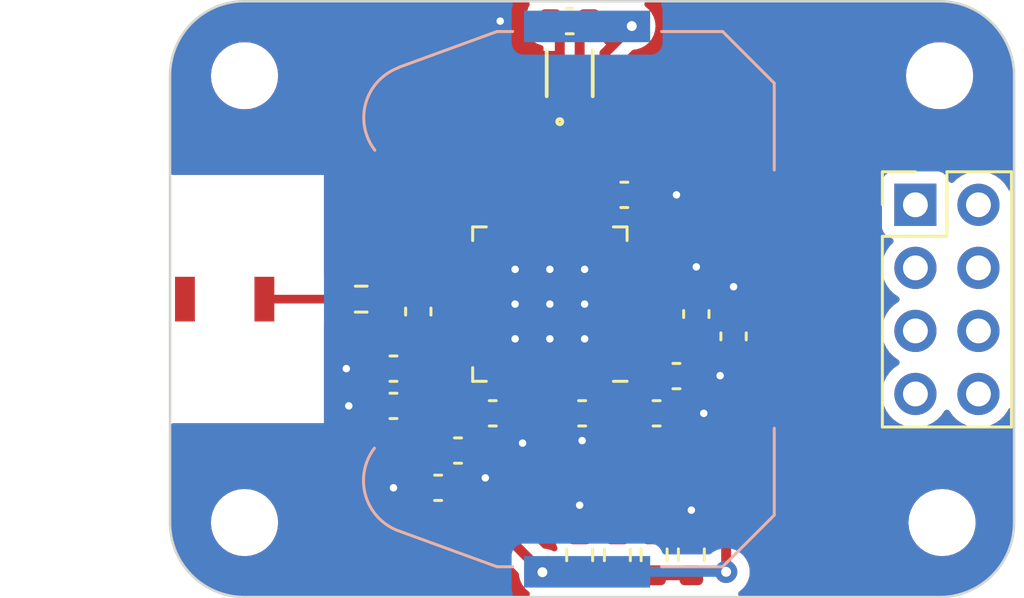
<source format=kicad_pcb>
(kicad_pcb (version 20221018) (generator pcbnew)
  (layers (0 "F.Cu" signal) (31 "B.Cu" signal) (34 "B.Paste" user) (35 "F.Paste" user) (36 "B.SilkS" user "B.Silkscreen") (37 "F.SilkS" user "F.Silkscreen") (38 "B.Mask" user) (39 "F.Mask" user) (44 "Edge.Cuts" user))
  (net 0 "")
  (net 1 "/RF")
  (net 2 "+3V3")
  (net 3 "GND")
  (net 4 "/XL1")
  (net 5 "/XL2")
  (net 6 "/DEC1")
  (net 7 "/DEC4")
  (net 8 "/DEC3")
  (net 9 "/DEC2")
  (net 10 "/XC1")
  (net 11 "/XC2")
  (net 12 "/ANT")
  (net 13 "/LED_RES1")
  (net 14 "/LED_RES2")
  (net 23 "/STATUS_LED1")
  (net 24 "/STATUS_LED2")
  (net 42 "/RESET")
  (net 43 "/SWDCLK")
  (net 44 "/SWDIO")
  (net 55 "/SDA")
  (net 56 "/SCL")
  (footprint "Capacitor_SMD:C_0603_1608Metric" (layer "F.Cu") (at 145 70.8 180)
    (fp_text reference "C9" hide)
    (fp_text value "N.C." hide)
    (fp_line (start -0.14058 -0.51) (end 0.14058 -0.51) (stroke (width 0.12)) (layer "F.SilkS"))
    (fp_line (start -0.14058 0.51) (end 0.14058 0.51) (stroke (width 0.12)) (layer "F.SilkS"))
    (pad "1" smd roundrect (at -0.775 0 180) (size 0.9 0.95) (layers "F.Cu" "F.Paste" "F.Mask") (net 9 "/DEC2"))
    (pad "2" smd roundrect (at 0.775 0 180) (size 0.9 0.95) (layers "F.Cu" "F.Paste" "F.Mask") (net 3 "GND"))
  )
  (footprint "Capacitor_SMD:C_0603_1608Metric" (layer "F.Cu") (at 156.4 71.1 180)
    (fp_text reference "C3" hide)
    (fp_text value "100n" hide)
    (fp_line (start -0.14058 -0.51) (end 0.14058 -0.51) (stroke (width 0.12)) (layer "F.SilkS"))
    (fp_line (start -0.14058 0.51) (end 0.14058 0.51) (stroke (width 0.12)) (layer "F.SilkS"))
    (pad "1" smd roundrect (at -0.775 0 180) (size 0.9 0.95) (layers "F.Cu" "F.Paste" "F.Mask") (net 3 "GND"))
    (pad "2" smd roundrect (at 0.775 0 180) (size 0.9 0.95) (layers "F.Cu" "F.Paste" "F.Mask") (net 6 "/DEC1"))
  )
  (footprint "MountingHole:MountingHole_2.2mm_M2" (layer "F.Cu") (at 167.1 77)
    (fp_text reference "H4" hide)
    (fp_text value "MountingHole" hide)
    (pad "" np_thru_hole circle locked (at 0 0) (size 2.2 2.2) (drill 2.2) (layers "*.Cu" "*.Mask"))
  )
  (footprint "MountingHole:MountingHole_2.2mm_M2" (layer "F.Cu") (at 139 77)
    (fp_text reference "H1" hide)
    (fp_text value "MountingHole" hide)
    (pad "" np_thru_hole circle locked (at 0 0) (size 2.2 2.2) (drill 2.2) (layers "*.Cu" "*.Mask"))
  )
  (footprint "Connector_PinHeader_2.54mm:PinHeader_2x04_P2.54mm_Vertical" (layer "F.Cu") (at 166.025 64.2)
    (fp_text reference "J1" hide)
    (fp_text value "Conn_02x04_Counter_Clockwise" hide)
    (fp_line (start -1.33 -1.33) (end 0 -1.33) (stroke (width 0.12)) (layer "F.SilkS"))
    (fp_line (start -1.33 0) (end -1.33 -1.33) (stroke (width 0.12)) (layer "F.SilkS"))
    (fp_line (start -1.33 1.27) (end -1.33 8.95) (stroke (width 0.12)) (layer "F.SilkS"))
    (fp_line (start -1.33 1.27) (end 1.27 1.27) (stroke (width 0.12)) (layer "F.SilkS"))
    (fp_line (start -1.33 8.95) (end 3.87 8.95) (stroke (width 0.12)) (layer "F.SilkS"))
    (fp_line (start 1.27 -1.33) (end 3.87 -1.33) (stroke (width 0.12)) (layer "F.SilkS"))
    (fp_line (start 1.27 1.27) (end 1.27 -1.33) (stroke (width 0.12)) (layer "F.SilkS"))
    (fp_line (start 3.87 -1.33) (end 3.87 8.95) (stroke (width 0.12)) (layer "F.SilkS"))
    (pad "1" thru_hole rect (at 0 0) (size 1.7 1.7) (drill 1) (layers "*.Cu" "*.Mask"))
    (pad "2" thru_hole oval (at 2.54 0) (size 1.7 1.7) (drill 1) (layers "*.Cu" "*.Mask"))
    (pad "3" thru_hole oval (at 0 2.54) (size 1.7 1.7) (drill 1) (layers "*.Cu" "*.Mask"))
    (pad "4" thru_hole oval (at 2.54 2.54) (size 1.7 1.7) (drill 1) (layers "*.Cu" "*.Mask"))
    (pad "5" thru_hole oval (at 0 5.08) (size 1.7 1.7) (drill 1) (layers "*.Cu" "*.Mask"))
    (pad "6" thru_hole oval (at 2.54 5.08) (size 1.7 1.7) (drill 1) (layers "*.Cu" "*.Mask"))
    (pad "7" thru_hole oval (at 0 7.62) (size 1.7 1.7) (drill 1) (layers "*.Cu" "*.Mask"))
    (pad "8" thru_hole oval (at 2.54 7.62) (size 1.7 1.7) (drill 1) (layers "*.Cu" "*.Mask"))
  )
  (footprint "encyclopedia_galactica:ECS-.327-12.5-12R-TR" (layer "F.Cu") (at 160.3 69.7 -90)
    (fp_text reference "Y1" hide)
    (fp_text value " ECS-.327-12.5-12R-TR " hide)
    (pad "1" smd rect (at -0.7 0 270) (size 0.6 1.1) (layers "F.Cu" "F.Paste" "F.Mask") (net 5 "/XL2"))
    (pad "2" smd rect (at 0.7 0 270) (size 0.6 1.1) (layers "F.Cu" "F.Paste" "F.Mask") (net 4 "/XL1"))
  )
  (footprint "encyclopedia_galactica:2108838-1" (layer "F.Cu") (at 135.7 68)
    (fp_text reference "2108838-1" hide)
    (fp_text value "~" hide)
    (pad "1" smd rect (at 4.1 0) (size 0.8 1.8) (layers "F.Cu" "F.Paste" "F.Mask") (net 1 "/RF"))
    (pad "2" smd rect (at 0.9 0) (size 0.8 1.8) (layers "F.Cu" "F.Paste" "F.Mask"))
    (zone (net 0) (net_name "") (layers "*.Cu") (connect_pads (clearance 0)) (min_thickness 0.25)
      (keepout (tracks allowed) (vias not_allowed) (pads allowed) (copperpour not_allowed) (footprints not_allowed))
      (fill (thermal_gap 0.5) (thermal_bridge_width 0.5))
      (polygon (pts (xy 129.2 63) (xy 129.2 73) (xy 142.2 73) (xy 142.2 63)))
    )
  )
  (footprint "MountingHole:MountingHole_2.2mm_M2" (layer "F.Cu") (at 139 59)
    (fp_text reference "H2" hide)
    (fp_text value "MountingHole" hide)
    (pad "" np_thru_hole circle locked (at 0 0) (size 2.2 2.2) (drill 2.2) (layers "*.Cu" "*.Mask"))
  )
  (footprint "Resistor_SMD:R_0603_1608Metric" (layer "F.Cu") (at 154.02 78.3 -90)
    (fp_text reference "R2" hide)
    (fp_text value "R" hide)
    (fp_line (start -0.237258 -0.5225) (end 0.237258 -0.5225) (stroke (width 0.12)) (layer "F.SilkS"))
    (fp_line (start -0.237258 0.5225) (end 0.237258 0.5225) (stroke (width 0.12)) (layer "F.SilkS"))
    (pad "1" smd roundrect (at -0.825 0 270) (size 0.8 0.95) (layers "F.Cu" "F.Paste" "F.Mask") (net 24 "/STATUS_LED2"))
    (pad "2" smd roundrect (at 0.825 0 270) (size 0.8 0.95) (layers "F.Cu" "F.Paste" "F.Mask") (net 14 "/LED_RES2"))
  )
  (footprint "Resistor_SMD:R_0603_1608Metric" (layer "F.Cu") (at 157 78.3 -90)
    (fp_text reference "D1" hide)
    (fp_text value "LED" hide)
    (fp_line (start -0.237258 -0.5225) (end 0.237258 -0.5225) (stroke (width 0.12)) (layer "F.SilkS"))
    (fp_line (start -0.237258 0.5225) (end 0.237258 0.5225) (stroke (width 0.12)) (layer "F.SilkS"))
    (pad "1" smd roundrect (at -0.825 0 270) (size 0.8 0.95) (layers "F.Cu" "F.Paste" "F.Mask") (net 3 "GND"))
    (pad "2" smd roundrect (at 0.825 0 270) (size 0.8 0.95) (layers "F.Cu" "F.Paste" "F.Mask") (net 13 "/LED_RES1"))
  )
  (footprint "Package_DFN_QFN:QFN-48-1EP_6x6mm_P0.4mm_EP4.6x4.6mm" (layer "F.Cu") (at 151.3 68.2 180)
    (fp_text reference "U1" hide)
    (fp_text value "NRF52810-QFAA-R7" hide)
    (fp_line (start -3.11 3.11) (end -3.11 2.56) (stroke (width 0.12)) (layer "F.SilkS"))
    (fp_line (start -2.56 -3.11) (end -3.11 -3.11) (stroke (width 0.12)) (layer "F.SilkS"))
    (fp_line (start -2.56 3.11) (end -3.11 3.11) (stroke (width 0.12)) (layer "F.SilkS"))
    (fp_line (start 2.56 -3.11) (end 3.11 -3.11) (stroke (width 0.12)) (layer "F.SilkS"))
    (fp_line (start 2.56 3.11) (end 3.11 3.11) (stroke (width 0.12)) (layer "F.SilkS"))
    (fp_line (start 3.11 -3.11) (end 3.11 -2.56) (stroke (width 0.12)) (layer "F.SilkS"))
    (fp_line (start 3.11 3.11) (end 3.11 2.56) (stroke (width 0.12)) (layer "F.SilkS"))
    (pad "1" smd roundrect (at -2.95 -2.2 180) (size 0.8 0.2) (layers "F.Cu" "F.Paste" "F.Mask") (net 6 "/DEC1"))
    (pad "2" smd roundrect (at -2.95 -1.8 180) (size 0.8 0.2) (layers "F.Cu" "F.Paste" "F.Mask") (net 4 "/XL1"))
    (pad "3" smd roundrect (at -2.95 -1.4 180) (size 0.8 0.2) (layers "F.Cu" "F.Paste" "F.Mask") (net 5 "/XL2"))
    (pad "4" smd roundrect (at -2.95 -1 180) (size 0.8 0.2) (layers "F.Cu" "F.Paste" "F.Mask"))
    (pad "5" smd roundrect (at -2.95 -0.6 180) (size 0.8 0.2) (layers "F.Cu" "F.Paste" "F.Mask"))
    (pad "6" smd roundrect (at -2.95 -0.2 180) (size 0.8 0.2) (layers "F.Cu" "F.Paste" "F.Mask"))
    (pad "7" smd roundrect (at -2.95 0.2 180) (size 0.8 0.2) (layers "F.Cu" "F.Paste" "F.Mask"))
    (pad "8" smd roundrect (at -2.95 0.6 180) (size 0.8 0.2) (layers "F.Cu" "F.Paste" "F.Mask"))
    (pad "9" smd roundrect (at -2.95 1 180) (size 0.8 0.2) (layers "F.Cu" "F.Paste" "F.Mask"))
    (pad "10" smd roundrect (at -2.95 1.4 180) (size 0.8 0.2) (layers "F.Cu" "F.Paste" "F.Mask"))
    (pad "11" smd roundrect (at -2.95 1.8 180) (size 0.8 0.2) (layers "F.Cu" "F.Paste" "F.Mask"))
    (pad "12" smd roundrect (at -2.95 2.2 180) (size 0.8 0.2) (layers "F.Cu" "F.Paste" "F.Mask"))
    (pad "13" smd roundrect (at -2.2 2.95 180) (size 0.2 0.8) (layers "F.Cu" "F.Paste" "F.Mask") (net 2 "+3V3"))
    (pad "14" smd roundrect (at -1.8 2.95 180) (size 0.2 0.8) (layers "F.Cu" "F.Paste" "F.Mask"))
    (pad "15" smd roundrect (at -1.4 2.95 180) (size 0.2 0.8) (layers "F.Cu" "F.Paste" "F.Mask"))
    (pad "16" smd roundrect (at -1 2.95 180) (size 0.2 0.8) (layers "F.Cu" "F.Paste" "F.Mask") (net 56 "/SCL"))
    (pad "17" smd roundrect (at -0.6 2.95 180) (size 0.2 0.8) (layers "F.Cu" "F.Paste" "F.Mask") (net 55 "/SDA"))
    (pad "18" smd roundrect (at -0.2 2.95 180) (size 0.2 0.8) (layers "F.Cu" "F.Paste" "F.Mask"))
    (pad "19" smd roundrect (at 0.2 2.95 180) (size 0.2 0.8) (layers "F.Cu" "F.Paste" "F.Mask"))
    (pad "20" smd roundrect (at 0.6 2.95 180) (size 0.2 0.8) (layers "F.Cu" "F.Paste" "F.Mask"))
    (pad "21" smd roundrect (at 1 2.95 180) (size 0.2 0.8) (layers "F.Cu" "F.Paste" "F.Mask"))
    (pad "22" smd roundrect (at 1.4 2.95 180) (size 0.2 0.8) (layers "F.Cu" "F.Paste" "F.Mask"))
    (pad "23" smd roundrect (at 1.8 2.95 180) (size 0.2 0.8) (layers "F.Cu" "F.Paste" "F.Mask"))
    (pad "24" smd roundrect (at 2.2 2.95 180) (size 0.2 0.8) (layers "F.Cu" "F.Paste" "F.Mask") (net 42 "/RESET"))
    (pad "25" smd roundrect (at 2.95 2.2 180) (size 0.8 0.2) (layers "F.Cu" "F.Paste" "F.Mask") (net 43 "/SWDCLK"))
    (pad "26" smd roundrect (at 2.95 1.8 180) (size 0.8 0.2) (layers "F.Cu" "F.Paste" "F.Mask") (net 44 "/SWDIO"))
    (pad "27" smd roundrect (at 2.95 1.4 180) (size 0.8 0.2) (layers "F.Cu" "F.Paste" "F.Mask"))
    (pad "28" smd roundrect (at 2.95 1 180) (size 0.8 0.2) (layers "F.Cu" "F.Paste" "F.Mask"))
    (pad "29" smd roundrect (at 2.95 0.6 180) (size 0.8 0.2) (layers "F.Cu" "F.Paste" "F.Mask"))
    (pad "30" smd roundrect (at 2.95 0.2 180) (size 0.8 0.2) (layers "F.Cu" "F.Paste" "F.Mask") (net 12 "/ANT"))
    (pad "31" smd roundrect (at 2.95 -0.2 180) (size 0.8 0.2) (layers "F.Cu" "F.Paste" "F.Mask") (net 3 "GND"))
    (pad "32" smd roundrect (at 2.95 -0.6 180) (size 0.8 0.2) (layers "F.Cu" "F.Paste" "F.Mask") (net 9 "/DEC2"))
    (pad "33" smd roundrect (at 2.95 -1 180) (size 0.8 0.2) (layers "F.Cu" "F.Paste" "F.Mask") (net 8 "/DEC3"))
    (pad "34" smd roundrect (at 2.95 -1.4 180) (size 0.8 0.2) (layers "F.Cu" "F.Paste" "F.Mask") (net 11 "/XC2"))
    (pad "35" smd roundrect (at 2.95 -1.8 180) (size 0.8 0.2) (layers "F.Cu" "F.Paste" "F.Mask") (net 10 "/XC1"))
    (pad "36" smd roundrect (at 2.95 -2.2 180) (size 0.8 0.2) (layers "F.Cu" "F.Paste" "F.Mask") (net 2 "+3V3"))
    (pad "37" smd roundrect (at 2.2 -2.95 180) (size 0.2 0.8) (layers "F.Cu" "F.Paste" "F.Mask"))
    (pad "38" smd roundrect (at 1.8 -2.95 180) (size 0.2 0.8) (layers "F.Cu" "F.Paste" "F.Mask"))
    (pad "39" smd roundrect (at 1.4 -2.95 180) (size 0.2 0.8) (layers "F.Cu" "F.Paste" "F.Mask"))
    (pad "40" smd roundrect (at 1 -2.95 180) (size 0.2 0.8) (layers "F.Cu" "F.Paste" "F.Mask"))
    (pad "41" smd roundrect (at 0.6 -2.95 180) (size 0.2 0.8) (layers "F.Cu" "F.Paste" "F.Mask") (net 24 "/STATUS_LED2"))
    (pad "42" smd roundrect (at 0.2 -2.95 180) (size 0.2 0.8) (layers "F.Cu" "F.Paste" "F.Mask") (net 23 "/STATUS_LED1"))
    (pad "43" smd roundrect (at -0.2 -2.95 180) (size 0.2 0.8) (layers "F.Cu" "F.Paste" "F.Mask"))
    (pad "44" smd roundrect (at -0.6 -2.95 180) (size 0.2 0.8) (layers "F.Cu" "F.Paste" "F.Mask"))
    (pad "45" smd roundrect (at -1 -2.95 180) (size 0.2 0.8) (layers "F.Cu" "F.Paste" "F.Mask") (net 3 "GND"))
    (pad "46" smd roundrect (at -1.4 -2.95 180) (size 0.2 0.8) (layers "F.Cu" "F.Paste" "F.Mask") (net 7 "/DEC4"))
    (pad "47" smd roundrect (at -1.8 -2.95 180) (size 0.2 0.8) (layers "F.Cu" "F.Paste" "F.Mask"))
    (pad "48" smd roundrect (at -2.2 -2.95 180) (size 0.2 0.8) (layers "F.Cu" "F.Paste" "F.Mask") (net 2 "+3V3"))
    (pad "49" smd rect (at 0 0 180) (size 4.6 4.6) (layers "F.Cu" "F.Mask") (net 3 "GND"))
  )
  (footprint "Capacitor_SMD:C_0603_1608Metric" (layer "F.Cu") (at 145 72.3 180)
    (fp_text reference "C8" hide)
    (fp_text value "100pF" hide)
    (fp_line (start -0.14058 -0.51) (end 0.14058 -0.51) (stroke (width 0.12)) (layer "F.SilkS"))
    (fp_line (start -0.14058 0.51) (end 0.14058 0.51) (stroke (width 0.12)) (layer "F.SilkS"))
    (pad "1" smd roundrect (at -0.775 0 180) (size 0.9 0.95) (layers "F.Cu" "F.Paste" "F.Mask") (net 8 "/DEC3"))
    (pad "2" smd roundrect (at 0.775 0 180) (size 0.9 0.95) (layers "F.Cu" "F.Paste" "F.Mask") (net 3 "GND"))
  )
  (footprint "Capacitor_SMD:C_0603_1608Metric" (layer "F.Cu") (at 155.6 72.6 180)
    (fp_text reference "C5" hide)
    (fp_text value "4u7" hide)
    (fp_line (start -0.14058 -0.51) (end 0.14058 -0.51) (stroke (width 0.12)) (layer "F.SilkS"))
    (fp_line (start -0.14058 0.51) (end 0.14058 0.51) (stroke (width 0.12)) (layer "F.SilkS"))
    (pad "1" smd roundrect (at -0.775 0 180) (size 0.9 0.95) (layers "F.Cu" "F.Paste" "F.Mask") (net 3 "GND"))
    (pad "2" smd roundrect (at 0.775 0 180) (size 0.9 0.95) (layers "F.Cu" "F.Paste" "F.Mask") (net 2 "+3V3"))
  )
  (footprint "Capacitor_SMD:C_0603_1608Metric" (layer "F.Cu") (at 147.6 74.1)
    (fp_text reference "C11" hide)
    (fp_text value "12pF" hide)
    (fp_line (start -0.14058 -0.51) (end 0.14058 -0.51) (stroke (width 0.12)) (layer "F.SilkS"))
    (fp_line (start -0.14058 0.51) (end 0.14058 0.51) (stroke (width 0.12)) (layer "F.SilkS"))
    (pad "1" smd roundrect (at -0.775 0) (size 0.9 0.95) (layers "F.Cu" "F.Paste" "F.Mask") (net 11 "/XC2"))
    (pad "2" smd roundrect (at 0.775 0) (size 0.9 0.95) (layers "F.Cu" "F.Paste" "F.Mask") (net 3 "GND"))
  )
  (footprint "Resistor_SMD:R_0603_1608Metric" (layer "F.Cu") (at 155.5 78.3 -90)
    (fp_text reference "R1" hide)
    (fp_text value "R" hide)
    (fp_line (start -0.237258 -0.5225) (end 0.237258 -0.5225) (stroke (width 0.12)) (layer "F.SilkS"))
    (fp_line (start -0.237258 0.5225) (end 0.237258 0.5225) (stroke (width 0.12)) (layer "F.SilkS"))
    (pad "1" smd roundrect (at -0.825 0 270) (size 0.8 0.95) (layers "F.Cu" "F.Paste" "F.Mask") (net 23 "/STATUS_LED1"))
    (pad "2" smd roundrect (at 0.825 0 270) (size 0.8 0.95) (layers "F.Cu" "F.Paste" "F.Mask") (net 13 "/LED_RES1"))
  )
  (footprint "MountingHole:MountingHole_2.2mm_M2" (layer "F.Cu") (at 167 59)
    (fp_text reference "H3" hide)
    (fp_text value "MountingHole" hide)
    (pad "" np_thru_hole circle locked (at 0 0) (size 2.2 2.2) (drill 2.2) (layers "*.Cu" "*.Mask"))
  )
  (footprint "Resistor_SMD:R_0603_1608Metric" (layer "F.Cu") (at 143.7 68 180)
    (fp_text reference "L1" hide)
    (fp_text value "3.9nH" hide)
    (fp_line (start -0.237258 -0.5225) (end 0.237258 -0.5225) (stroke (width 0.12)) (layer "F.SilkS"))
    (fp_line (start -0.237258 0.5225) (end 0.237258 0.5225) (stroke (width 0.12)) (layer "F.SilkS"))
    (pad "1" smd roundrect (at -0.825 0 180) (size 0.8 0.95) (layers "F.Cu" "F.Paste" "F.Mask") (net 12 "/ANT"))
    (pad "2" smd roundrect (at 0.825 0 180) (size 0.8 0.95) (layers "F.Cu" "F.Paste" "F.Mask") (net 1 "/RF"))
  )
  (footprint "Capacitor_SMD:C_0603_1608Metric" (layer "F.Cu") (at 149 72.6 180)
    (fp_text reference "C7" hide)
    (fp_text value "100n" hide)
    (fp_line (start -0.14058 -0.51) (end 0.14058 -0.51) (stroke (width 0.12)) (layer "F.SilkS"))
    (fp_line (start -0.14058 0.51) (end 0.14058 0.51) (stroke (width 0.12)) (layer "F.SilkS"))
    (pad "1" smd roundrect (at -0.775 0 180) (size 0.9 0.95) (layers "F.Cu" "F.Paste" "F.Mask") (net 3 "GND"))
    (pad "2" smd roundrect (at 0.775 0 180) (size 0.9 0.95) (layers "F.Cu" "F.Paste" "F.Mask") (net 2 "+3V3"))
  )
  (footprint "Capacitor_SMD:C_0603_1608Metric" (layer "F.Cu") (at 152.1 56.8 180)
    (fp_text reference "C13" hide)
    (fp_text value "100n" hide)
    (fp_line (start -0.14058 -0.51) (end 0.14058 -0.51) (stroke (width 0.12)) (layer "F.SilkS"))
    (fp_line (start -0.14058 0.51) (end 0.14058 0.51) (stroke (width 0.12)) (layer "F.SilkS"))
    (pad "1" smd roundrect (at -0.775 0 180) (size 0.9 0.95) (layers "F.Cu" "F.Paste" "F.Mask") (net 2 "+3V3"))
    (pad "2" smd roundrect (at 0.775 0 180) (size 0.9 0.95) (layers "F.Cu" "F.Paste" "F.Mask") (net 3 "GND"))
  )
  (footprint "Capacitor_SMD:C_0603_1608Metric" (layer "F.Cu") (at 157.2 68.6 90)
    (fp_text reference "C2" hide)
    (fp_text value "12pF" hide)
    (fp_line (start -0.14058 -0.51) (end 0.14058 -0.51) (stroke (width 0.12)) (layer "F.SilkS"))
    (fp_line (start -0.14058 0.51) (end 0.14058 0.51) (stroke (width 0.12)) (layer "F.SilkS"))
    (pad "1" smd roundrect (at -0.775 0 90) (size 0.9 0.95) (layers "F.Cu" "F.Paste" "F.Mask") (net 5 "/XL2"))
    (pad "2" smd roundrect (at 0.775 0 90) (size 0.9 0.95) (layers "F.Cu" "F.Paste" "F.Mask") (net 3 "GND"))
  )
  (footprint "Capacitor_SMD:C_0603_1608Metric" (layer "F.Cu") (at 154.3 63.8 180)
    (fp_text reference "C4" hide)
    (fp_text value "100n" hide)
    (fp_line (start -0.14058 -0.51) (end 0.14058 -0.51) (stroke (width 0.12)) (layer "F.SilkS"))
    (fp_line (start -0.14058 0.51) (end 0.14058 0.51) (stroke (width 0.12)) (layer "F.SilkS"))
    (pad "1" smd roundrect (at -0.775 0 180) (size 0.9 0.95) (layers "F.Cu" "F.Paste" "F.Mask") (net 3 "GND"))
    (pad "2" smd roundrect (at 0.775 0 180) (size 0.9 0.95) (layers "F.Cu" "F.Paste" "F.Mask") (net 2 "+3V3"))
  )
  (footprint "encyclopedia_galactica:DFN4_SHT41_SEN" (layer "F.Cu") (at 152.1 58.9 90)
    (fp_text reference "U2" hide)
    (fp_text value "SHT41-AD1B-R2" hide)
    (fp_line (start -0.9271 0.9271) (end 0.9271 0.9271) (stroke (width 0.1524)) (layer "F.SilkS"))
    (fp_line (start 0.9271 -0.9271) (end -0.9271 -0.9271) (stroke (width 0.1524)) (layer "F.SilkS"))
    (fp_circle (center -1.950999 -0.40005) (end -1.849399 -0.40005) (stroke (width 0.1524)) (fill none) (layer "F.SilkS"))
    (pad "1" smd rect (at -0.7469 -0.40005 90) (size 0.706399 0.3056) (layers "F.Cu" "F.Paste" "F.Mask") (net 55 "/SDA"))
    (pad "2" smd rect (at -0.7469 0.40005 90) (size 0.706399 0.3056) (layers "F.Cu" "F.Paste" "F.Mask") (net 56 "/SCL"))
    (pad "3" smd rect (at 0.7469 0.40005 90) (size 0.706399 0.3056) (layers "F.Cu" "F.Paste" "F.Mask") (net 2 "+3V3"))
    (pad "4" smd rect (at 0.7469 -0.40005 90) (size 0.706399 0.3056) (layers "F.Cu" "F.Paste" "F.Mask") (net 3 "GND"))
  )
  (footprint "Capacitor_SMD:C_0603_1608Metric" (layer "F.Cu") (at 158.7 69.5 90)
    (fp_text reference "C1" hide)
    (fp_text value "12pF" hide)
    (fp_line (start -0.14058 -0.51) (end 0.14058 -0.51) (stroke (width 0.12)) (layer "F.SilkS"))
    (fp_line (start -0.14058 0.51) (end 0.14058 0.51) (stroke (width 0.12)) (layer "F.SilkS"))
    (pad "1" smd roundrect (at -0.775 0 90) (size 0.9 0.95) (layers "F.Cu" "F.Paste" "F.Mask") (net 4 "/XL1"))
    (pad "2" smd roundrect (at 0.775 0 90) (size 0.9 0.95) (layers "F.Cu" "F.Paste" "F.Mask") (net 3 "GND"))
  )
  (footprint "encyclopedia_galactica:ABM11W-30.0000MHZ-7-D1X-T3" (layer "F.Cu") (at 146.7625 77.5)
    (fp_text reference "Y2" hide)
    (fp_text value "ABM11W-32.0000MHZ-7-D1X-T3 " hide)
    (pad "1" smd rect (at -0.637 -0.487 90) (size 0.775 0.875) (layers "F.Cu" "F.Paste" "F.Mask") (net 3 "GND"))
    (pad "2" smd rect (at 0.637 -0.487 90) (size 0.775 0.875) (layers "F.Cu" "F.Paste" "F.Mask") (net 10 "/XC1"))
    (pad "3" smd rect (at -0.637 0.487 90) (size 0.775 0.875) (layers "F.Cu" "F.Paste" "F.Mask") (net 11 "/XC2"))
    (pad "4" smd rect (at 0.637 0.487 90) (size 0.775 0.875) (layers "F.Cu" "F.Paste" "F.Mask") (net 3 "GND"))
  )
  (footprint "Capacitor_SMD:C_0603_1608Metric" (layer "F.Cu") (at 146 68.5 90)
    (fp_text reference "C12" hide)
    (fp_text value "0.8pF" hide)
    (fp_line (start -0.14058 -0.51) (end 0.14058 -0.51) (stroke (width 0.12)) (layer "F.SilkS"))
    (fp_line (start -0.14058 0.51) (end 0.14058 0.51) (stroke (width 0.12)) (layer "F.SilkS"))
    (pad "1" smd roundrect (at -0.775 0 90) (size 0.9 0.95) (layers "F.Cu" "F.Paste" "F.Mask") (net 3 "GND"))
    (pad "2" smd roundrect (at 0.775 0 90) (size 0.9 0.95) (layers "F.Cu" "F.Paste" "F.Mask") (net 12 "/ANT"))
  )
  (footprint "Capacitor_SMD:C_0603_1608Metric" (layer "F.Cu") (at 152.6 72.6 180)
    (fp_text reference "C6" hide)
    (fp_text value "1u" hide)
    (fp_line (start -0.14058 -0.51) (end 0.14058 -0.51) (stroke (width 0.12)) (layer "F.SilkS"))
    (fp_line (start -0.14058 0.51) (end 0.14058 0.51) (stroke (width 0.12)) (layer "F.SilkS"))
    (pad "1" smd roundrect (at -0.775 0 180) (size 0.9 0.95) (layers "F.Cu" "F.Paste" "F.Mask") (net 7 "/DEC4"))
    (pad "2" smd roundrect (at 0.775 0 180) (size 0.9 0.95) (layers "F.Cu" "F.Paste" "F.Mask") (net 3 "GND"))
  )
  (footprint "Resistor_SMD:R_0603_1608Metric" (layer "F.Cu") (at 152.5 78.3 -90)
    (fp_text reference "D2" hide)
    (fp_text value "LED" hide)
    (fp_line (start -0.237258 -0.5225) (end 0.237258 -0.5225) (stroke (width 0.12)) (layer "F.SilkS"))
    (fp_line (start -0.237258 0.5225) (end 0.237258 0.5225) (stroke (width 0.12)) (layer "F.SilkS"))
    (pad "1" smd roundrect (at -0.825 0 270) (size 0.8 0.95) (layers "F.Cu" "F.Paste" "F.Mask") (net 3 "GND"))
    (pad "2" smd roundrect (at 0.825 0 270) (size 0.8 0.95) (layers "F.Cu" "F.Paste" "F.Mask") (net 14 "/LED_RES2"))
  )
  (footprint "Capacitor_SMD:C_0603_1608Metric" (layer "F.Cu") (at 146.8 75.6 180)
    (fp_text reference "C10" hide)
    (fp_text value "12pF" hide)
    (fp_line (start -0.14058 -0.51) (end 0.14058 -0.51) (stroke (width 0.12)) (layer "F.SilkS"))
    (fp_line (start -0.14058 0.51) (end 0.14058 0.51) (stroke (width 0.12)) (layer "F.SilkS"))
    (pad "1" smd roundrect (at -0.775 0 180) (size 0.9 0.95) (layers "F.Cu" "F.Paste" "F.Mask") (net 10 "/XC1"))
    (pad "2" smd roundrect (at 0.775 0 180) (size 0.9 0.95) (layers "F.Cu" "F.Paste" "F.Mask") (net 3 "GND"))
  )
  (footprint "Battery:BatteryHolder_Keystone_3034_1x20mm" (layer "B.Cu") (at 152.8 68 90)
    (fp_text reference "BT1" hide)
    (fp_text value "Battery_Cell" hide)
    (fp_line (start -10.78 -3.63) (end -9.34 -7.58) (stroke (width 0.12)) (layer "B.SilkS"))
    (fp_line (start -10.78 -3) (end -10.78 -3.63) (stroke (width 0.12)) (layer "B.SilkS"))
    (fp_line (start -10.78 5.46) (end -10.78 3) (stroke (width 0.12)) (layer "B.SilkS"))
    (fp_line (start -8.7 7.54) (end -10.78 5.46) (stroke (width 0.12)) (layer "B.SilkS"))
    (fp_line (start -5.2 7.54) (end -8.7 7.54) (stroke (width 0.12)) (layer "B.SilkS"))
    (fp_line (start 8.7 7.54) (end 5.2 7.54) (stroke (width 0.12)) (layer "B.SilkS"))
    (fp_line (start 8.7 7.54) (end 10.78 5.46) (stroke (width 0.12)) (layer "B.SilkS"))
    (fp_line (start 10.78 -3.63) (end 9.34 -7.58) (stroke (width 0.12)) (layer "B.SilkS"))
    (fp_line (start 10.78 -3) (end 10.78 -3.63) (stroke (width 0.12)) (layer "B.SilkS"))
    (fp_line (start 10.78 5.46) (end 10.78 3) (stroke (width 0.12)) (layer "B.SilkS"))
    (fp_arc (start -9.34 -7.58) (mid -7.921654 -8.918738) (end -6.003354 -8.56653) (stroke (width 0.12)) (layer "B.SilkS"))
    (fp_arc (start 6 -8.55) (mid 7.90634 -8.911669) (end 9.325243 -7.588169) (stroke (width 0.12)) (layer "B.SilkS"))
    (pad "1" smd rect (at -10.985 0 90) (size 1.27 5.08) (layers "B.Cu" "B.Paste" "B.Mask") (net 2 "+3V3"))
    (pad "1" smd rect (at 10.985 0 90) (size 1.27 5.08) (layers "B.Cu" "B.Paste" "B.Mask") (net 2 "+3V3"))
    (pad "2" smd circle (at 0 0 90) (size 17.8 17.8) (layers "B.Cu" "B.Mask") (net 3 "GND"))
  )
  (gr_line locked (start 167 80) (end 139 80) (stroke (width 0.1)) (layer "Edge.Cuts"))
  (gr_line locked (start 170 59) (end 170 77) (stroke (width 0.1)) (layer "Edge.Cuts"))
  (gr_arc locked (start 138.999999 80.000001) (mid 136.878679 79.121321) (end 135.999999 77.000001) (stroke (width 0.1)) (layer "Edge.Cuts"))
  (gr_arc locked (start 167 56) (mid 169.12132 56.87868) (end 170 59) (stroke (width 0.1)) (layer "Edge.Cuts"))
  (gr_arc locked (start 135.999999 58.999999) (mid 136.878679 56.878679) (end 138.999999 55.999999) (stroke (width 0.1)) (layer "Edge.Cuts"))
  (gr_line locked (start 139 56) (end 167 56) (stroke (width 0.1)) (layer "Edge.Cuts"))
  (gr_arc locked (start 170.000001 77.000001) (mid 169.121321 79.121321) (end 167.000001 80.000001) (stroke (width 0.1)) (layer "Edge.Cuts"))
  (gr_line locked (start 136 77) (end 136 59) (stroke (width 0.1)) (layer "Edge.Cuts"))
  (segment (start 142.875 68) (end 139.8 68) (width 0.35) (layer "F.Cu") (net 1))
  (segment (start 153.5 63.775) (end 153.5 58.1) (width 0.4) (layer "F.Cu") (net 2))
  (segment (start 148.225 72.6) (end 148.225 70.525) (width 0.4) (layer "F.Cu") (net 2))
  (segment (start 153.525 63.8) (end 153.527 63.802) (width 0.4) (layer "F.Cu") (net 2))
  (segment (start 154.825 72.6) (end 153.6 71.375) (width 0.4) (layer "F.Cu") (net 2))
  (segment (start 148.323 70.427) (end 148.35 70.427) (width 0.4) (layer "F.Cu") (net 2))
  (segment (start 153.5 58.1) (end 153.85 57.75) (width 0.4) (layer "F.Cu") (net 2))
  (segment (start 153.525 63.8) (end 153.5 63.775) (width 0.4) (layer "F.Cu") (net 2))
  (segment (start 153.6 71.375) (end 153.6 71.15) (width 0.4) (layer "F.Cu") (net 2))
  (segment (start 149.4 73.775) (end 149.4 77.4) (width 0.4) (layer "F.Cu") (net 2))
  (segment (start 152.50005 58.1531) (end 152.50005 57.17495) (width 0.4) (layer "F.Cu") (net 2))
  (segment (start 152.9 56.8) (end 153.85 57.75) (width 0.4) (layer "F.Cu") (net 2))
  (segment (start 153.527 63.802) (end 153.527 65.25) (width 0.4) (layer "F.Cu") (net 2))
  (segment (start 148.225 72.6) (end 149.4 73.775) (width 0.4) (layer "F.Cu") (net 2))
  (segment (start 152.875 56.8) (end 152.9 56.8) (width 0.4) (layer "F.Cu") (net 2))
  (segment (start 158.4 76.175) (end 154.825 72.6) (width 0.4) (layer "F.Cu") (net 2))
  (segment (start 152.50005 57.17495) (end 152.875 56.8) (width 0.4) (layer "F.Cu") (net 2))
  (segment (start 153.85 57.75) (end 154.6 57) (width 0.4) (layer "F.Cu") (net 2))
  (segment (start 148.225 70.525) (end 148.323 70.427) (width 0.4) (layer "F.Cu") (net 2))
  (segment (start 149.4 77.4) (end 151 79) (width 0.4) (layer "F.Cu") (net 2))
  (segment (start 158.4 78.985) (end 158.4 76.175) (width 0.4) (layer "F.Cu") (net 2))
  (via (at 158.4 78.985) (size 0.9) (drill 0.4) (layers "F.Cu" "B.Cu") (net 2))
  (via (at 154.6 57) (size 0.9) (drill 0.4) (layers "F.Cu" "B.Cu") (net 2))
  (via (at 151 79) (size 0.9) (drill 0.4) (layers "F.Cu" "B.Cu") (net 2))
  (segment (start 158.4 78.985) (end 152.8 78.985) (width 0.4) (layer "B.Cu") (net 2))
  (segment (start 158.14136 71.1) (end 157.175 71.1) (width 0.4) (layer "F.Cu") (net 3))
  (segment (start 144.225 70.8) (end 143.1 70.8) (width 0.4) (layer "F.Cu") (net 3))
  (segment (start 158.15864 71.08272) (end 158.14136 71.1) (width 0.4) (layer "F.Cu") (net 3))
  (segment (start 152.3 71.15) (end 152.3 72.125) (width 0.2) (layer "F.Cu") (net 3))
  (segment (start 155.075 63.8) (end 156.4 63.8) (width 0.4) (layer "F.Cu") (net 3))
  (segment (start 149.7 68.4) (end 149.9 68.2) (width 0.2) (layer "F.Cu") (net 3))
  (segment (start 151.69995 57.17495) (end 151.325 56.8) (width 0.4) (layer "F.Cu") (net 3))
  (segment (start 149.775 73.375) (end 150.2 73.8) (width 0.4) (layer "F.Cu") (net 3))
  (segment (start 151.325 56.8) (end 149.3 56.8) (width 0.4) (layer "F.Cu") (net 3))
  (segment (start 152.3 72.125) (end 151.825 72.6) (width 0.2) (layer "F.Cu") (net 3))
  (segment (start 151.825 72.925) (end 152.6 73.7) (width 0.4) (layer "F.Cu") (net 3))
  (segment (start 146.025 75.6) (end 145 75.6) (width 0.4) (layer "F.Cu") (net 3))
  (segment (start 157.2 67.825) (end 157.2 66.7) (width 0.4) (layer "F.Cu") (net 3))
  (segment (start 148.375 74.1) (end 148.375 74.875) (width 0.4) (layer "F.Cu") (net 3))
  (segment (start 157 77.475) (end 157 76.5) (width 0.4) (layer "F.Cu") (net 3))
  (segment (start 151.69995 58.1531) (end 151.69995 57.17495) (width 0.4) (layer "F.Cu") (net 3))
  (segment (start 144.225 72.3) (end 143.2 72.3) (width 0.4) (layer "F.Cu") (net 3))
  (segment (start 148.35 68.4) (end 148.312495 68.437505) (width 0.2) (layer "F.Cu") (net 3))
  (segment (start 152.5 77.475) (end 152.5 76.3) (width 0.4) (layer "F.Cu") (net 3))
  (segment (start 148.375 74.875) (end 148.7 75.2) (width 0.4) (layer "F.Cu") (net 3))
  (segment (start 156.375 72.6) (end 157.5 72.6) (width 0.4) (layer "F.Cu") (net 3))
  (segment (start 148.312495 68.437505) (end 146.837495 68.437505) (width 0.2) (layer "F.Cu") (net 3))
  (segment (start 149.775 72.6) (end 149.775 73.375) (width 0.4) (layer "F.Cu") (net 3))
  (segment (start 151.825 72.6) (end 151.825 72.925) (width 0.4) (layer "F.Cu") (net 3))
  (segment (start 146.837495 68.437505) (end 146 69.275) (width 0.2) (layer "F.Cu") (net 3))
  (segment (start 148.35 68.4) (end 149.7 68.4) (width 0.2) (layer "F.Cu") (net 3))
  (segment (start 158.7 68.725) (end 158.7 67.5) (width 0.4) (layer "F.Cu") (net 3))
  (via (at 157.5 72.6) (size 0.6) (drill 0.3) (layers "F.Cu" "B.Cu") (net 3))
  (via (at 151.3 69.6) (size 0.6) (drill 0.3) (layers "F.Cu" "B.Cu") (net 3))
  (via (at 158.15864 71.08272) (size 0.6) (drill 0.3) (layers "F.Cu" "B.Cu") (net 3))
  (via (at 145 75.6) (size 0.6) (drill 0.3) (layers "F.Cu" "B.Cu") (net 3))
  (via (at 157 76.5) (size 0.6) (drill 0.3) (layers "F.Cu" "B.Cu") (net 3))
  (via (at 148.7 75.2) (size 0.6) (drill 0.3) (layers "F.Cu" "B.Cu") (net 3))
  (via (at 149.9 68.2) (size 0.6) (drill 0.3) (layers "F.Cu" "B.Cu") (net 3))
  (via (at 158.7 67.5) (size 0.6) (drill 0.3) (layers "F.Cu" "B.Cu") (net 3))
  (via (at 152.5 76.3) (size 0.6) (drill 0.3) (layers "F.Cu" "B.Cu") (net 3))
  (via (at 149.3 56.8) (size 0.6) (drill 0.3) (layers "F.Cu" "B.Cu") (net 3))
  (via (at 149.9 66.8) (size 0.6) (drill 0.3) (layers "F.Cu" "B.Cu") (net 3))
  (via (at 149.9 69.6) (size 0.6) (drill 0.3) (layers "F.Cu" "B.Cu") (net 3))
  (via (at 156.4 63.8) (size 0.6) (drill 0.3) (layers "F.Cu" "B.Cu") (net 3))
  (via (at 150.2 73.8) (size 0.6) (drill 0.3) (layers "F.Cu" "B.Cu") (net 3))
  (via (at 152.7 68.2) (size 0.6) (drill 0.3) (layers "F.Cu" "B.Cu") (net 3))
  (via (at 151.3 68.2) (size 0.6) (drill 0.3) (layers "F.Cu" "B.Cu") (net 3))
  (via (at 152.6 73.7) (size 0.6) (drill 0.3) (layers "F.Cu" "B.Cu") (net 3))
  (via (at 143.2 72.3) (size 0.6) (drill 0.3) (layers "F.Cu" "B.Cu") (net 3))
  (via (at 151.3 66.8) (size 0.6) (drill 0.3) (layers "F.Cu" "B.Cu") (net 3))
  (via (at 143.1 70.8) (size 0.6) (drill 0.3) (layers "F.Cu" "B.Cu") (net 3))
  (via (at 157.2 66.7) (size 0.6) (drill 0.3) (layers "F.Cu" "B.Cu") (net 3))
  (via (at 152.7 66.8) (size 0.6) (drill 0.3) (layers "F.Cu" "B.Cu") (net 3))
  (via (at 152.7 69.6) (size 0.6) (drill 0.3) (layers "F.Cu" "B.Cu") (net 3))
  (segment (start 158.625 70.2) (end 158.7 70.275) (width 0.2) (layer "F.Cu") (net 4))
  (segment (start 158.975 70) (end 158.7 70.275) (width 0.2) (layer "F.Cu") (net 4))
  (segment (start 155 70) (end 155.2 70.2) (width 0.2) (layer "F.Cu") (net 4))
  (segment (start 160.3 70.4) (end 159.9 70) (width 0.2) (layer "F.Cu") (net 4))
  (segment (start 155.2 70.2) (end 158.625 70.2) (width 0.2) (layer "F.Cu") (net 4))
  (segment (start 159.9 70) (end 158.975 70) (width 0.2) (layer "F.Cu") (net 4))
  (segment (start 154.25 70) (end 155 70) (width 0.2) (layer "F.Cu") (net 4))
  (segment (start 157.227 69.402) (end 157.2 69.375) (width 0.2) (layer "F.Cu") (net 5))
  (segment (start 157.2 69.375) (end 157.175 69.4) (width 0.2) (layer "F.Cu") (net 5))
  (segment (start 159.898 69.402) (end 157.227 69.402) (width 0.2) (layer "F.Cu") (net 5))
  (segment (start 157.175 69.4) (end 155.2 69.4) (width 0.2) (layer "F.Cu") (net 5))
  (segment (start 155.2 69.4) (end 155 69.6) (width 0.2) (layer "F.Cu") (net 5))
  (segment (start 155 69.6) (end 154.25 69.6) (width 0.2) (layer "F.Cu") (net 5))
  (segment (start 160.3 69) (end 159.898 69.402) (width 0.2) (layer "F.Cu") (net 5))
  (segment (start 154.925 70.4) (end 155.625 71.1) (width 0.2) (layer "F.Cu") (net 6))
  (segment (start 154.25 70.4) (end 154.925 70.4) (width 0.2) (layer "F.Cu") (net 6))
  (segment (start 152.7 71.15) (end 152.7 72.1) (width 0.2) (layer "F.Cu") (net 7))
  (segment (start 153.2 72.6) (end 153.375 72.6) (width 0.2) (layer "F.Cu") (net 7))
  (segment (start 152.7 72.1) (end 153.2 72.6) (width 0.2) (layer "F.Cu") (net 7))
  (segment (start 145.775 72.3) (end 146.498 71.577) (width 0.2) (layer "F.Cu") (net 8))
  (segment (start 146.498 71.577) (end 146.498 70.535367) (width 0.2) (layer "F.Cu") (net 8))
  (segment (start 146.498 70.535367) (end 147.833367 69.2) (width 0.2) (layer "F.Cu") (net 8))
  (segment (start 147.833367 69.2) (end 148.35 69.2) (width 0.2) (layer "F.Cu") (net 8))
  (segment (start 145.775 70.614225) (end 145.775 70.8) (width 0.2) (layer "F.Cu") (net 9))
  (segment (start 147.589225 68.8) (end 145.775 70.614225) (width 0.2) (layer "F.Cu") (net 9))
  (segment (start 148.35 68.8) (end 147.589225 68.8) (width 0.2) (layer "F.Cu") (net 9))
  (segment (start 147.502 70.456263) (end 147.502 76.9105) (width 0.2) (layer "F.Cu") (net 10))
  (segment (start 147.502 76.9105) (end 147.3995 77.013) (width 0.2) (layer "F.Cu") (net 10))
  (segment (start 147.958263 70) (end 147.502 70.456263) (width 0.2) (layer "F.Cu") (net 10))
  (segment (start 148.35 70) (end 147.958263 70) (width 0.2) (layer "F.Cu") (net 10))
  (segment (start 146.825 70.670815) (end 146.825 74.1) (width 0.2) (layer "F.Cu") (net 11))
  (segment (start 146.76 74.165) (end 146.825 74.1) (width 0.2) (layer "F.Cu") (net 11))
  (segment (start 146.2765 77.987) (end 146.76 77.5035) (width 0.2) (layer "F.Cu") (net 11))
  (segment (start 147.895815 69.6) (end 146.825 70.670815) (width 0.2) (layer "F.Cu") (net 11))
  (segment (start 148.35 69.6) (end 147.895815 69.6) (width 0.2) (layer "F.Cu") (net 11))
  (segment (start 146.1255 77.987) (end 146.2765 77.987) (width 0.2) (layer "F.Cu") (net 11))
  (segment (start 146.76 77.5035) (end 146.76 74.165) (width 0.2) (layer "F.Cu") (net 11))
  (segment (start 147.9 68) (end 144.525 68) (width 0.35) (layer "F.Cu") (net 12))
  (segment (start 148.35 68) (end 147.9 68) (width 0.2) (layer "F.Cu") (net 12))
  (segment (start 155.5 79.125) (end 157 79.125) (width 0.4) (layer "F.Cu") (net 13))
  (segment (start 152.5 79.125) (end 154.02 79.125) (width 0.4) (layer "F.Cu") (net 14))
  (segment (start 151.1 71.15) (end 151.1 73.02458) (width 0.25) (layer "F.Cu") (net 23))
  (segment (start 155.5 77.42458) (end 155.5 77.475) (width 0.25) (layer "F.Cu") (net 23))
  (segment (start 151.1 73.02458) (end 155.5 77.42458) (width 0.25) (layer "F.Cu") (net 23))
  (segment (start 150.7 71.15) (end 150.7 73.519354) (width 0.25) (layer "F.Cu") (net 24))
  (segment (start 150.7 73.519354) (end 154.02 76.839354) (width 0.25) (layer "F.Cu") (net 24))
  (segment (start 154.02 76.839354) (end 154.02 77.475) (width 0.25) (layer "F.Cu") (net 24))
  (segment (start 151.9 59.84695) (end 151.69995 59.6469) (width 0.2) (layer "F.Cu") (net 55))
  (segment (start 151.9 65.25) (end 151.9 59.84695) (width 0.2) (layer "F.Cu") (net 55))
  (segment (start 152.3 59.84695) (end 152.50005 59.6469) (width 0.2) (layer "F.Cu") (net 56))
  (segment (start 152.3 65.25) (end 152.3 59.84695) (width 0.2) (layer "F.Cu") (net 56))
  (zone (net 0) (net_name "") (layer "F.Cu") (connect_pads yes (clearance 0)) (min_thickness 0.25)
    (keepout (tracks allowed) (vias allowed) (pads allowed) (copperpour not_allowed) (footprints allowed))
    (fill (thermal_gap 0.5) (thermal_bridge_width 0.5))
    (polygon (pts (xy 145.3 68.6) (xy 145.3 70) (xy 144.2 70) (xy 144.2 68.8) (xy 144.9 68.8) (xy 144.9 66.9) (xy 148.8 66.9) (xy 148.8 68.2) (xy 146.7 68.2) (xy 146.2 68.6)))
  )
  (zone (net 3) (net_name "GND") (layer "F.Cu") (priority 1) (connect_pads yes (clearance 0.5)) (min_thickness 0.25) (fill yes (thermal_gap 0.5) (thermal_bridge_width 0.5))
    (polygon (pts (xy 146.4 68.6) (xy 146.4 70) (xy 147.3 70) (xy 148.7 68.6) (xy 149.9 68.6) (xy 149.9 68.2) (xy 147.8 68.2) (xy 147.3 68.6)))
  )
  (zone (net 3) (net_name "GND") (layer "F.Cu") (connect_pads (clearance 0.5)) (min_thickness 0.25) (fill yes (thermal_gap 0.5) (thermal_bridge_width 0.5))
    (polygon (pts (xy 136 56) (xy 170 56) (xy 170 80) (xy 136 80)))
  )
  (zone (net 3) (net_name "GND") (layer "B.Cu") (connect_pads yes (clearance 0.5)) (min_thickness 0.25) (fill yes (thermal_gap 0.5) (thermal_bridge_width 0.5))
    (polygon (pts (xy 136 56) (xy 170 56) (xy 170 80) (xy 136 80)))
  )
)
</source>
